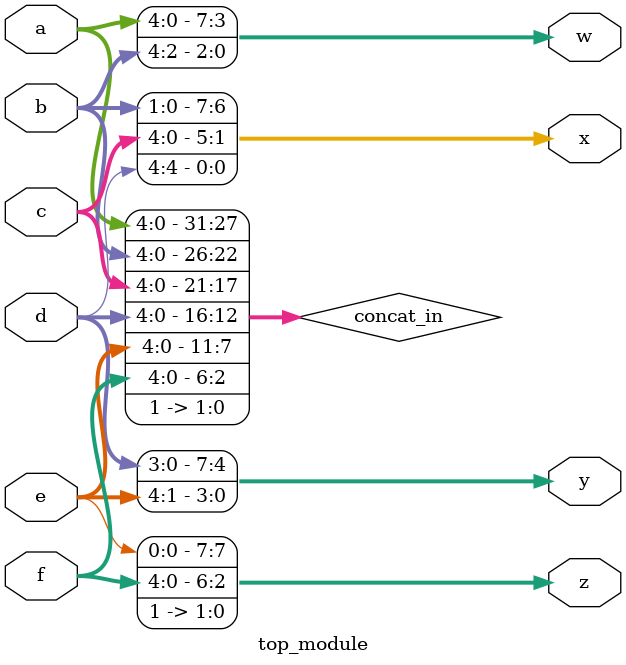
<source format=sv>
module top_module (
	input [4:0] a,
	input [4:0] b,
	input [4:0] c,
	input [4:0] d,
	input [4:0] e,
	input [4:0] f,
	output [7:0] w,
	output [7:0] x,
	output [7:0] y,
	output [7:0] z
);

  // Concatenate all inputs and add two '1' bits in the LSB positions
  wire [31:0] concat_in = {a, b, c, d, e, f, 2'b11};
  
  // Assign the concatenated inputs to the outputs w, x, y, and z
  assign w = concat_in[31:24];
  assign x = concat_in[23:16];
  assign y = concat_in[15:8];
  assign z = concat_in[7:0];

endmodule

</source>
